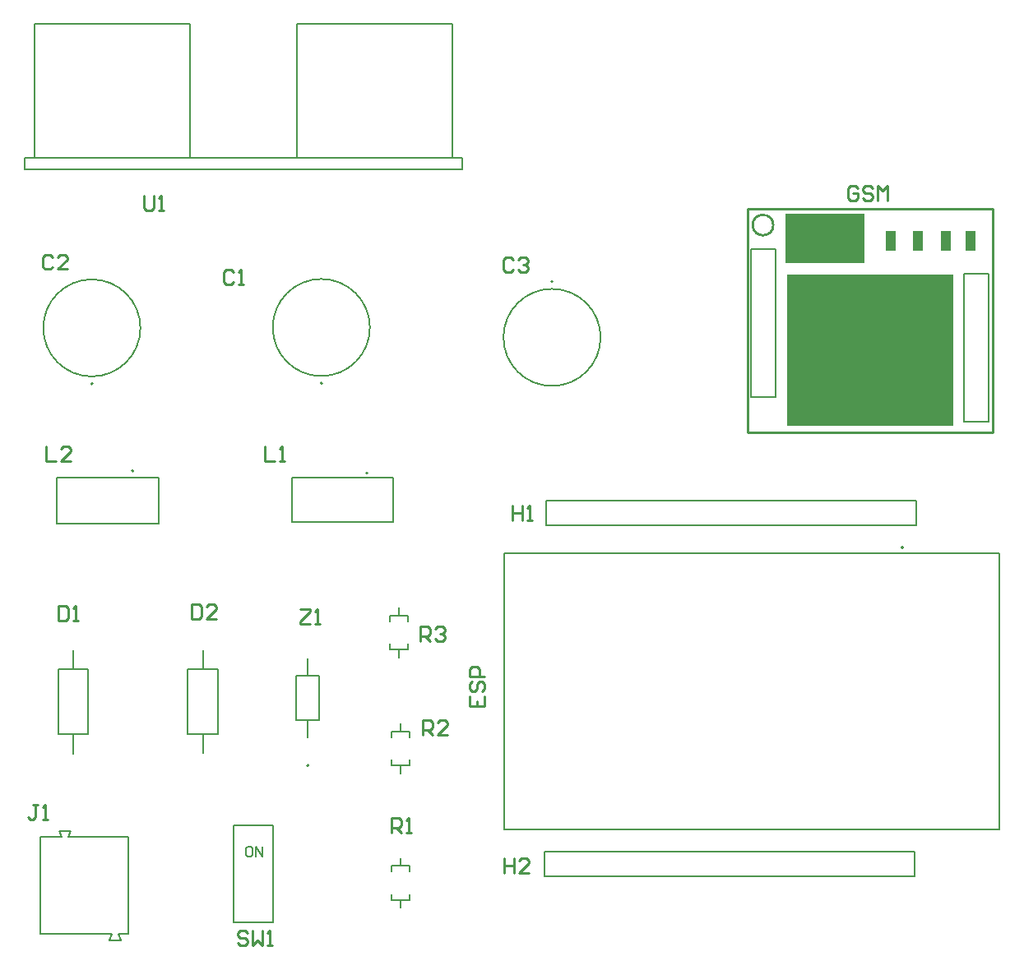
<source format=gto>
G04*
G04 #@! TF.GenerationSoftware,Altium Limited,Altium Designer,24.5.2 (23)*
G04*
G04 Layer_Color=65535*
%FSLAX44Y44*%
%MOMM*%
G71*
G04*
G04 #@! TF.SameCoordinates,6AB9B958-AD33-4624-B604-30B7BB5DF34D*
G04*
G04*
G04 #@! TF.FilePolarity,Positive*
G04*
G01*
G75*
%ADD10C,0.2000*%
%ADD11C,0.1270*%
%ADD12C,0.2540*%
%ADD13C,0.1524*%
%ADD14R,1.0414X2.0066*%
%ADD15R,17.1450X15.5448*%
%ADD16R,8.2296X5.1816*%
D10*
X916670Y432980D02*
G03*
X916670Y432980I-1000J0D01*
G01*
X365590Y509630D02*
G03*
X365590Y509630I-1000J0D01*
G01*
X304530Y208380D02*
G03*
X304530Y208380I-1000J0D01*
G01*
X318500Y602030D02*
G03*
X318500Y602030I-1000J0D01*
G01*
X82280Y601630D02*
G03*
X82280Y601630I-1000J0D01*
G01*
X555990Y706870D02*
G03*
X555990Y706870I-1000J0D01*
G01*
X124190Y511810D02*
G03*
X124190Y511810I-1000J0D01*
G01*
X28580Y34688D02*
X102080D01*
X109080D02*
X118580D01*
Y134688D01*
X28580Y34688D02*
Y134688D01*
X50080D01*
X57082D02*
X118580D01*
X47580Y140689D02*
X59580D01*
X47580D02*
X50078Y134688D01*
X57082D02*
X59580Y140689D01*
X109080Y34688D02*
X111578Y28687D01*
X99578D02*
X111578D01*
X99578D02*
X102076Y34688D01*
X548640Y455930D02*
Y481330D01*
X929640Y455930D02*
Y481330D01*
X910590Y455930D02*
X929640D01*
X548640D02*
X910590D01*
X548640Y481330D02*
X929640D01*
X267850Y46520D02*
Y146520D01*
X227450Y46520D02*
X267850D01*
X227450D02*
Y146520D01*
X267850D01*
X1004570Y562610D02*
Y715010D01*
X979170Y562610D02*
X1004570D01*
X979170Y715010D02*
X1004570D01*
X979170Y562610D02*
Y715010D01*
X759460Y588010D02*
X784860D01*
X759460Y740410D02*
X784860D01*
Y588010D02*
Y740410D01*
X759460Y588010D02*
Y740410D01*
X547370Y93980D02*
X928370D01*
X566420Y119380D02*
X928370D01*
X547370D02*
X566420D01*
X547370Y93980D02*
Y119380D01*
X928370Y93980D02*
Y119380D01*
D11*
X367500Y659530D02*
G03*
X367500Y659530I-50000J0D01*
G01*
X131280Y659130D02*
G03*
X131280Y659130I-50000J0D01*
G01*
X604990Y649370D02*
G03*
X604990Y649370I-50000J0D01*
G01*
X182490Y834480D02*
Y972480D01*
X292490Y834480D02*
Y972480D01*
X22490Y834480D02*
Y972480D01*
X452490Y834480D02*
Y972480D01*
X12490Y822480D02*
Y834480D01*
Y822480D02*
X462490D01*
Y834480D01*
X452490D02*
X462490D01*
X292490D02*
X452490D01*
X182490D02*
X292490D01*
X22490D02*
X182490D01*
X12490D02*
X22490D01*
Y972480D02*
X182490D01*
X292490D02*
X452490D01*
X505770Y142180D02*
Y196680D01*
Y373580D01*
Y427280D01*
Y142180D02*
X1015270D01*
X505770Y427280D02*
X1015270D01*
Y142180D02*
Y249480D01*
Y316590D01*
Y427280D01*
X505770D02*
X1015270D01*
Y142180D02*
Y427280D01*
X505770Y142180D02*
Y427280D01*
Y142180D02*
X1015270D01*
X287090Y505080D02*
X391090D01*
X287090Y459080D02*
Y505080D01*
Y459080D02*
X391090D01*
Y505080D01*
X195580Y307820D02*
Y327520D01*
Y221120D02*
Y240820D01*
X180080D02*
Y307820D01*
X195580D01*
X211080D01*
Y240820D02*
Y307820D01*
X195580Y240820D02*
X211080D01*
X180080D02*
X195580D01*
X291655Y254980D02*
X303530D01*
X315405D01*
Y301280D01*
X303530D02*
X315405D01*
X291655D02*
X303530D01*
X291655Y254980D02*
Y301280D01*
X303530D02*
Y318780D01*
Y237480D02*
Y254980D01*
X397510Y319940D02*
Y327940D01*
X388260D02*
Y333740D01*
X406760Y327940D02*
Y333740D01*
X388260Y327940D02*
X397510D01*
X406760D01*
X397510Y362940D02*
Y370940D01*
X388260Y357140D02*
Y362940D01*
X397510D01*
X406760D01*
Y357140D02*
Y362940D01*
X398780Y200560D02*
Y208560D01*
X389530D02*
Y214360D01*
X408030Y208560D02*
Y214360D01*
X389530Y208560D02*
X398780D01*
X408030D01*
X398780Y243560D02*
Y251560D01*
X389530Y237760D02*
Y243560D01*
X398780D01*
X408030D01*
Y237760D02*
Y243560D01*
X46730Y240590D02*
X62230D01*
X77730D01*
Y307590D01*
X62230D02*
X77730D01*
X46730D02*
X62230D01*
X46730Y240590D02*
Y307590D01*
X62230Y220890D02*
Y240590D01*
Y307590D02*
Y327290D01*
X150490Y457810D02*
Y504810D01*
X45090D02*
X150490D01*
X45090Y457810D02*
Y504810D01*
Y457810D02*
X150490D01*
X408030Y99330D02*
Y105130D01*
X398780D02*
X408030D01*
X389530D02*
X398780D01*
X389530Y99330D02*
Y105130D01*
X398780D02*
Y113130D01*
Y70130D02*
X408030D01*
X389530D02*
X398780D01*
X408030D02*
Y75930D01*
X389530Y70130D02*
Y75930D01*
X398780Y62130D02*
Y70130D01*
D12*
X782731Y765306D02*
G03*
X782734Y765048I-10571J-258D01*
G01*
X756412Y781558D02*
X1008380D01*
Y551180D02*
Y781558D01*
X756412Y551180D02*
X1008380D01*
X756412D02*
Y781558D01*
X46482Y372867D02*
Y357632D01*
X54099D01*
X56639Y360171D01*
Y370328D01*
X54099Y372867D01*
X46482D01*
X61717Y357632D02*
X66795D01*
X64256D01*
Y372867D01*
X61717Y370328D01*
X295913Y369567D02*
X306070D01*
Y367028D01*
X295913Y356872D01*
Y354333D01*
X306070D01*
X311148D02*
X316227D01*
X313688D01*
Y369567D01*
X311148Y367028D01*
X134623Y795017D02*
Y782322D01*
X137163Y779782D01*
X142241D01*
X144780Y782322D01*
Y795017D01*
X149858Y779782D02*
X154937D01*
X152398D01*
Y795017D01*
X149858Y792478D01*
X241303Y35558D02*
X238763Y38098D01*
X233685D01*
X231146Y35558D01*
Y33019D01*
X233685Y30480D01*
X238763D01*
X241303Y27941D01*
Y25402D01*
X238763Y22863D01*
X233685D01*
X231146Y25402D01*
X246381Y38098D02*
Y22863D01*
X251459Y27941D01*
X256538Y22863D01*
Y38098D01*
X261616Y22863D02*
X266694D01*
X264155D01*
Y38098D01*
X261616Y35558D01*
X419104Y336553D02*
Y351787D01*
X426722D01*
X429261Y349248D01*
Y344170D01*
X426722Y341631D01*
X419104D01*
X424183D02*
X429261Y336553D01*
X434339Y349248D02*
X436878Y351787D01*
X441957D01*
X444496Y349248D01*
Y346709D01*
X441957Y344170D01*
X439417D01*
X441957D01*
X444496Y341631D01*
Y339092D01*
X441957Y336553D01*
X436878D01*
X434339Y339092D01*
X421644Y240033D02*
Y255268D01*
X429262D01*
X431801Y252728D01*
Y247650D01*
X429262Y245111D01*
X421644D01*
X426722D02*
X431801Y240033D01*
X447036D02*
X436879D01*
X447036Y250189D01*
Y252728D01*
X444497Y255268D01*
X439418D01*
X436879Y252728D01*
X389382Y139192D02*
Y154427D01*
X397000D01*
X399539Y151888D01*
Y146810D01*
X397000Y144270D01*
X389382D01*
X394460D02*
X399539Y139192D01*
X404617D02*
X409695D01*
X407156D01*
Y154427D01*
X404617Y151888D01*
X34294Y537207D02*
Y521973D01*
X44451D01*
X59686D02*
X49529D01*
X59686Y532129D01*
Y534668D01*
X57147Y537207D01*
X52068D01*
X49529Y534668D01*
X259083Y537207D02*
Y521973D01*
X269240D01*
X274318D02*
X279397D01*
X276858D01*
Y537207D01*
X274318Y534668D01*
X25400Y167638D02*
X20322D01*
X22861D01*
Y154942D01*
X20322Y152402D01*
X17782D01*
X15243Y154942D01*
X30478Y152402D02*
X35557D01*
X33018D01*
Y167638D01*
X30478Y165098D01*
X505464Y113027D02*
Y97793D01*
Y105410D01*
X515621D01*
Y113027D01*
Y97793D01*
X530856D02*
X520699D01*
X530856Y107949D01*
Y110488D01*
X528317Y113027D01*
X523238D01*
X520699Y110488D01*
X514353Y476247D02*
Y461012D01*
Y468630D01*
X524510D01*
Y476247D01*
Y461012D01*
X529588D02*
X534667D01*
X532128D01*
Y476247D01*
X529588Y473708D01*
X869953Y802638D02*
X867414Y805178D01*
X862336D01*
X859797Y802638D01*
Y792482D01*
X862336Y789942D01*
X867414D01*
X869953Y792482D01*
Y797560D01*
X864875D01*
X885188Y802638D02*
X882649Y805178D01*
X877571D01*
X875032Y802638D01*
Y800099D01*
X877571Y797560D01*
X882649D01*
X885188Y795021D01*
Y792482D01*
X882649Y789942D01*
X877571D01*
X875032Y792482D01*
X890267Y789942D02*
Y805178D01*
X895345Y800099D01*
X900423Y805178D01*
Y789942D01*
X469902Y279403D02*
Y269247D01*
X485137D01*
Y279403D01*
X477520Y269247D02*
Y274325D01*
X472442Y294638D02*
X469902Y292099D01*
Y287021D01*
X472442Y284482D01*
X474981D01*
X477520Y287021D01*
Y292099D01*
X480059Y294638D01*
X482598D01*
X485137Y292099D01*
Y287021D01*
X482598Y284482D01*
X485137Y299717D02*
X469902D01*
Y307334D01*
X472442Y309873D01*
X477520D01*
X480059Y307334D01*
Y299717D01*
X184154Y374647D02*
Y359412D01*
X191772D01*
X194311Y361952D01*
Y372108D01*
X191772Y374647D01*
X184154D01*
X209546Y359412D02*
X199389D01*
X209546Y369569D01*
Y372108D01*
X207007Y374647D01*
X201928D01*
X199389Y372108D01*
X514855Y729230D02*
X512315Y731769D01*
X507237D01*
X504698Y729230D01*
Y719073D01*
X507237Y716534D01*
X512315D01*
X514855Y719073D01*
X519933Y729230D02*
X522472Y731769D01*
X527551D01*
X530090Y729230D01*
Y726691D01*
X527551Y724152D01*
X525011D01*
X527551D01*
X530090Y721612D01*
Y719073D01*
X527551Y716534D01*
X522472D01*
X519933Y719073D01*
X41145Y732278D02*
X38605Y734817D01*
X33527D01*
X30988Y732278D01*
Y722121D01*
X33527Y719582D01*
X38605D01*
X41145Y722121D01*
X56380Y719582D02*
X46223D01*
X56380Y729739D01*
Y732278D01*
X53841Y734817D01*
X48762D01*
X46223Y732278D01*
X227330Y716278D02*
X224791Y718818D01*
X219713D01*
X217173Y716278D01*
Y706122D01*
X219713Y703583D01*
X224791D01*
X227330Y706122D01*
X232408Y703583D02*
X237487D01*
X234948D01*
Y718818D01*
X232408Y716278D01*
D13*
X244728Y124677D02*
X241343D01*
X239650Y122984D01*
Y116213D01*
X241343Y114520D01*
X244728D01*
X246421Y116213D01*
Y122984D01*
X244728Y124677D01*
X249807Y114520D02*
Y124677D01*
X256578Y114520D01*
Y124677D01*
D14*
X903351Y748919D02*
D03*
X931799D02*
D03*
X960755D02*
D03*
X985647D02*
D03*
D15*
X882269Y636524D02*
D03*
D16*
X836168Y751078D02*
D03*
M02*

</source>
